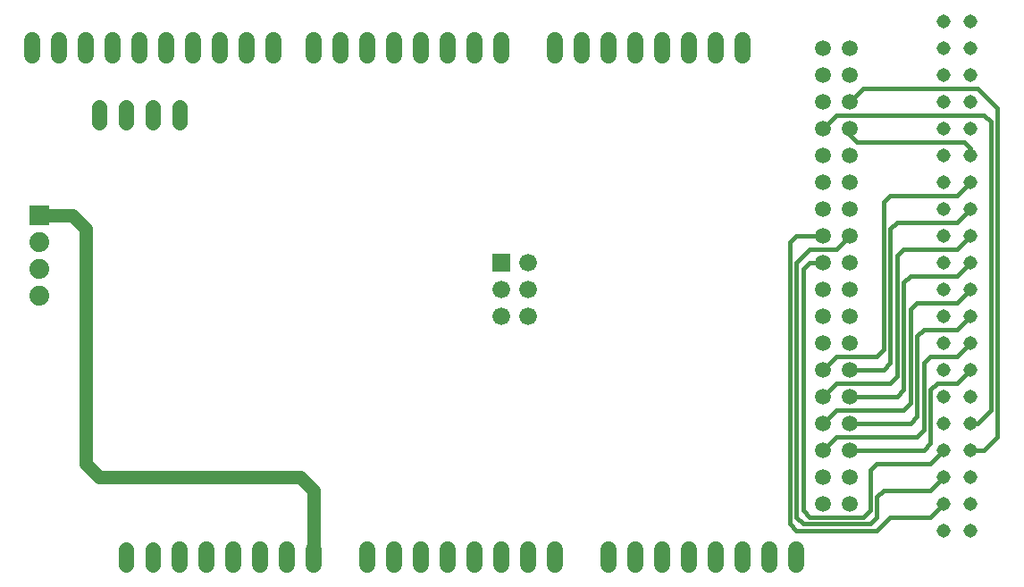
<source format=gbl>
G75*
%MOIN*%
%OFA0B0*%
%FSLAX25Y25*%
%IPPOS*%
%LPD*%
%AMOC8*
5,1,8,0,0,1.08239X$1,22.5*
%
%ADD10R,0.07400X0.07400*%
%ADD11C,0.07400*%
%ADD12C,0.05937*%
%ADD13C,0.05937*%
%ADD14C,0.05600*%
%ADD15C,0.06600*%
%ADD16R,0.06600X0.06600*%
%ADD17C,0.05150*%
%ADD18C,0.05000*%
%ADD19C,0.01600*%
D10*
X0013500Y0156783D03*
D11*
X0013500Y0146783D03*
X0013500Y0136783D03*
X0013500Y0126783D03*
D12*
X0011000Y0216315D02*
X0011000Y0222252D01*
X0021000Y0222252D02*
X0021000Y0216315D01*
X0031000Y0216315D02*
X0031000Y0222252D01*
X0041000Y0222252D02*
X0041000Y0216315D01*
X0051000Y0216315D02*
X0051000Y0222252D01*
X0061000Y0222252D02*
X0061000Y0216315D01*
X0071000Y0216315D02*
X0071000Y0222252D01*
X0081000Y0222252D02*
X0081000Y0216315D01*
X0091000Y0216315D02*
X0091000Y0222252D01*
X0101000Y0222252D02*
X0101000Y0216315D01*
X0116000Y0216315D02*
X0116000Y0222252D01*
X0126000Y0222252D02*
X0126000Y0216315D01*
X0136000Y0216315D02*
X0136000Y0222252D01*
X0146000Y0222252D02*
X0146000Y0216315D01*
X0156000Y0216315D02*
X0156000Y0222252D01*
X0166000Y0222252D02*
X0166000Y0216315D01*
X0176000Y0216315D02*
X0176000Y0222252D01*
X0186000Y0222252D02*
X0186000Y0216315D01*
X0206000Y0216315D02*
X0206000Y0222252D01*
X0216000Y0222252D02*
X0216000Y0216315D01*
X0226000Y0216315D02*
X0226000Y0222252D01*
X0236000Y0222252D02*
X0236000Y0216315D01*
X0246000Y0216315D02*
X0246000Y0222252D01*
X0256000Y0222252D02*
X0256000Y0216315D01*
X0266000Y0216315D02*
X0266000Y0222252D01*
X0276000Y0222252D02*
X0276000Y0216315D01*
X0276000Y0032252D02*
X0276000Y0026315D01*
X0266000Y0026315D02*
X0266000Y0032252D01*
X0256000Y0032252D02*
X0256000Y0026315D01*
X0246000Y0026315D02*
X0246000Y0032252D01*
X0236000Y0032252D02*
X0236000Y0026315D01*
X0226000Y0026315D02*
X0226000Y0032252D01*
X0206000Y0032252D02*
X0206000Y0026315D01*
X0196000Y0026315D02*
X0196000Y0032252D01*
X0186000Y0032252D02*
X0186000Y0026315D01*
X0176000Y0026315D02*
X0176000Y0032252D01*
X0166000Y0032252D02*
X0166000Y0026315D01*
X0156000Y0026315D02*
X0156000Y0032252D01*
X0146000Y0032252D02*
X0146000Y0026315D01*
X0136000Y0026315D02*
X0136000Y0032252D01*
X0116000Y0032252D02*
X0116000Y0026315D01*
X0106000Y0026315D02*
X0106000Y0032252D01*
X0096000Y0032252D02*
X0096000Y0026315D01*
X0086000Y0026315D02*
X0086000Y0032252D01*
X0076000Y0032252D02*
X0076000Y0026315D01*
X0066000Y0026315D02*
X0066000Y0032252D01*
X0286000Y0032252D02*
X0286000Y0026315D01*
X0296000Y0026315D02*
X0296000Y0032252D01*
D13*
X0306000Y0049283D03*
X0316000Y0049283D03*
X0316000Y0059283D03*
X0306000Y0059283D03*
X0306000Y0069283D03*
X0316000Y0069283D03*
X0316000Y0079283D03*
X0306000Y0079283D03*
X0306000Y0089283D03*
X0316000Y0089283D03*
X0316000Y0099283D03*
X0306000Y0099283D03*
X0306000Y0109283D03*
X0316000Y0109283D03*
X0316000Y0119283D03*
X0306000Y0119283D03*
X0306000Y0129283D03*
X0316000Y0129283D03*
X0316000Y0139283D03*
X0306000Y0139283D03*
X0306000Y0149283D03*
X0316000Y0149283D03*
X0316000Y0159283D03*
X0306000Y0159283D03*
X0306000Y0169283D03*
X0316000Y0169283D03*
X0316000Y0179283D03*
X0306000Y0179283D03*
X0306000Y0189283D03*
X0316000Y0189283D03*
X0316000Y0199283D03*
X0306000Y0199283D03*
X0306000Y0209283D03*
X0316000Y0209283D03*
X0316000Y0219283D03*
X0306000Y0219283D03*
D14*
X0046000Y0032083D02*
X0046000Y0026483D01*
X0056000Y0026483D02*
X0056000Y0032083D01*
X0056000Y0191483D02*
X0056000Y0197083D01*
X0046000Y0197083D02*
X0046000Y0191483D01*
X0036000Y0191483D02*
X0036000Y0197083D01*
X0066000Y0197083D02*
X0066000Y0191483D01*
D15*
X0186000Y0129283D03*
X0186000Y0119283D03*
X0196000Y0119283D03*
X0196000Y0129283D03*
X0196000Y0139283D03*
D16*
X0186000Y0139283D03*
D17*
X0351000Y0139283D03*
X0361000Y0139283D03*
X0361000Y0129283D03*
X0351000Y0129283D03*
X0351000Y0119283D03*
X0361000Y0119283D03*
X0361000Y0109283D03*
X0351000Y0109283D03*
X0351000Y0099283D03*
X0361000Y0099283D03*
X0361000Y0089283D03*
X0351000Y0089283D03*
X0351000Y0079283D03*
X0361000Y0079283D03*
X0361000Y0069283D03*
X0351000Y0069283D03*
X0351000Y0059283D03*
X0361000Y0059283D03*
X0361000Y0049283D03*
X0351000Y0049283D03*
X0351000Y0039283D03*
X0361000Y0039283D03*
X0361000Y0149283D03*
X0351000Y0149283D03*
X0351000Y0159283D03*
X0361000Y0159283D03*
X0361000Y0169283D03*
X0351000Y0169283D03*
X0351000Y0179283D03*
X0361000Y0179283D03*
X0361000Y0189283D03*
X0351000Y0189283D03*
X0351000Y0199283D03*
X0361000Y0199283D03*
X0361000Y0209283D03*
X0351000Y0209283D03*
X0351000Y0219283D03*
X0361000Y0219283D03*
X0361000Y0229283D03*
X0351000Y0229283D03*
D18*
X0116000Y0054283D02*
X0111000Y0059283D01*
X0036000Y0059283D01*
X0031000Y0064283D01*
X0031000Y0151783D01*
X0026000Y0156783D01*
X0013500Y0156783D01*
X0116000Y0054283D02*
X0116000Y0029283D01*
D19*
X0293500Y0041783D02*
X0296000Y0039283D01*
X0326000Y0039283D01*
X0331000Y0044283D01*
X0346000Y0044283D01*
X0351000Y0049283D01*
X0346000Y0054283D02*
X0328500Y0054283D01*
X0326000Y0051783D01*
X0326000Y0044283D01*
X0323500Y0041783D01*
X0298500Y0041783D01*
X0296000Y0044283D01*
X0296000Y0139283D01*
X0301000Y0144283D01*
X0311000Y0144283D01*
X0316000Y0149283D01*
X0306000Y0149283D02*
X0296000Y0149283D01*
X0293500Y0146783D01*
X0293500Y0041783D01*
X0298500Y0046783D02*
X0298500Y0136783D01*
X0301000Y0139283D01*
X0306000Y0139283D01*
X0331000Y0151783D02*
X0333500Y0154283D01*
X0356000Y0154283D01*
X0361000Y0159283D01*
X0356000Y0164283D02*
X0361000Y0169283D01*
X0356000Y0164283D02*
X0331000Y0164283D01*
X0328500Y0161783D01*
X0328500Y0106783D01*
X0326000Y0104283D01*
X0311000Y0104283D01*
X0306000Y0099283D01*
X0311000Y0094283D02*
X0331000Y0094283D01*
X0333500Y0096783D01*
X0333500Y0141783D01*
X0336000Y0144283D01*
X0356000Y0144283D01*
X0361000Y0149283D01*
X0361000Y0139283D02*
X0356000Y0134283D01*
X0338500Y0134283D01*
X0336000Y0131783D01*
X0336000Y0091783D01*
X0333500Y0089283D01*
X0316000Y0089283D01*
X0311000Y0084283D02*
X0336000Y0084283D01*
X0338500Y0086783D01*
X0338500Y0121783D01*
X0341000Y0124283D01*
X0356000Y0124283D01*
X0361000Y0129283D01*
X0361000Y0119283D02*
X0356000Y0114283D01*
X0343500Y0114283D01*
X0341000Y0111783D01*
X0341000Y0081783D01*
X0338500Y0079283D01*
X0316000Y0079283D01*
X0311000Y0074283D02*
X0341000Y0074283D01*
X0343500Y0076783D01*
X0343500Y0101783D01*
X0346000Y0104283D01*
X0356000Y0104283D01*
X0361000Y0109283D01*
X0361000Y0099283D02*
X0356000Y0094283D01*
X0348500Y0094283D01*
X0346000Y0091783D01*
X0346000Y0071783D01*
X0343500Y0069283D01*
X0316000Y0069283D01*
X0311000Y0074283D02*
X0306000Y0069283D01*
X0306000Y0079283D02*
X0311000Y0084283D01*
X0306000Y0089283D02*
X0311000Y0094283D01*
X0316000Y0099283D02*
X0328500Y0099283D01*
X0331000Y0101783D01*
X0331000Y0151783D01*
X0361000Y0179283D02*
X0361000Y0181783D01*
X0358500Y0184283D01*
X0318500Y0184283D01*
X0316000Y0186783D01*
X0316000Y0189283D01*
X0311000Y0194283D02*
X0306000Y0189283D01*
X0311000Y0194283D02*
X0366000Y0194283D01*
X0368500Y0191783D01*
X0368500Y0084283D01*
X0363500Y0079283D01*
X0361000Y0079283D01*
X0361000Y0069283D02*
X0366000Y0069283D01*
X0371000Y0074283D01*
X0371000Y0196783D01*
X0363500Y0204283D01*
X0321000Y0204283D01*
X0316000Y0199283D01*
X0351000Y0069283D02*
X0346000Y0064283D01*
X0326000Y0064283D01*
X0323500Y0061783D01*
X0323500Y0046783D01*
X0321000Y0044283D01*
X0301000Y0044283D01*
X0298500Y0046783D01*
X0346000Y0054283D02*
X0351000Y0059283D01*
M02*

</source>
